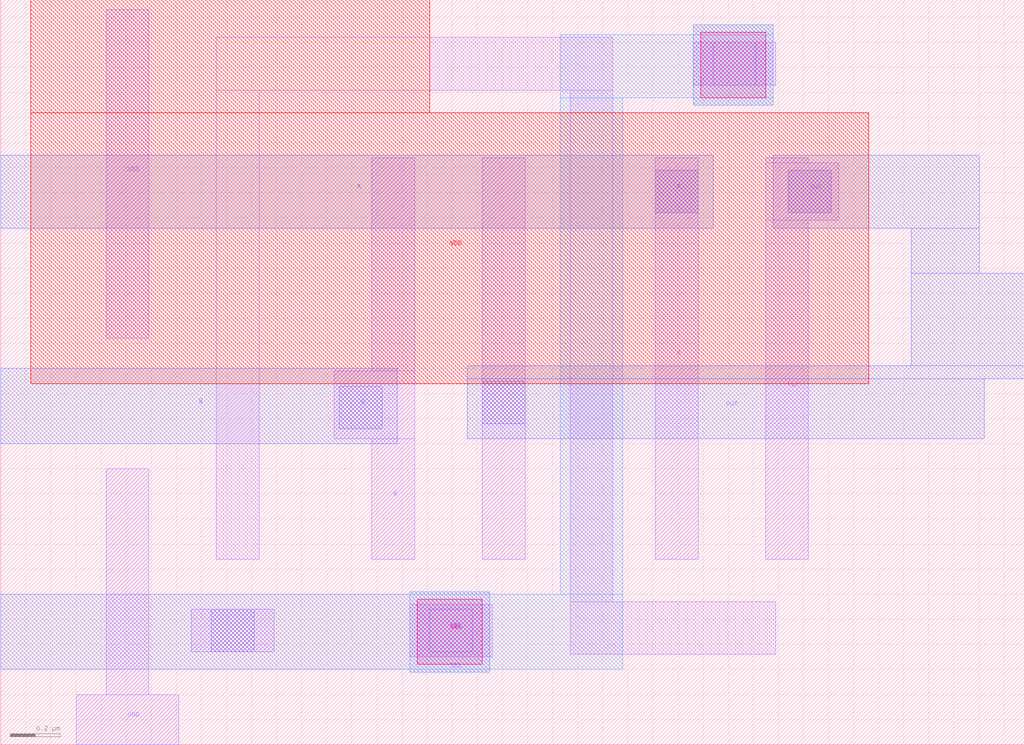
<source format=lef>
VERSION 5.7 ;
  NOWIREEXTENSIONATPIN ON ;
  DIVIDERCHAR "/" ;
  BUSBITCHARS "[]" ;
MACRO MUX
  CLASS CORE ;
  FOREIGN MUX ;
  ORIGIN 0.000 0.000 ;
  SIZE 4.080 BY 2.970 ;
  SITE unithddb1 ;
  PIN SEL
    DIRECTION INPUT ;
    USE SIGNAL ;
    ANTENNAGATEAREA 0.324000 ;
    PORT
      LAYER li1 ;
        RECT 2.760 2.630 3.090 2.800 ;
        RECT 0.760 0.370 1.090 0.540 ;
        RECT 1.630 0.350 1.960 0.560 ;
      LAYER mcon ;
        RECT 2.840 2.630 3.010 2.800 ;
        RECT 0.840 0.370 1.010 0.540 ;
        RECT 1.710 0.370 1.880 0.540 ;
      LAYER met1 ;
        RECT 2.760 2.550 3.080 2.870 ;
        RECT 1.630 0.600 1.950 0.610 ;
        RECT 0.000 0.300 1.950 0.600 ;
        RECT 1.630 0.290 1.950 0.300 ;
      LAYER via ;
        RECT 2.790 2.580 3.050 2.840 ;
        RECT 1.660 0.320 1.920 0.580 ;
      LAYER met2 ;
        RECT 2.760 2.830 3.080 2.870 ;
        RECT 2.230 2.580 3.080 2.830 ;
        RECT 1.630 0.600 1.950 0.610 ;
        RECT 2.230 0.600 2.480 2.580 ;
        RECT 2.760 2.550 3.080 2.580 ;
        RECT 1.630 0.300 2.480 0.600 ;
        RECT 1.630 0.290 1.950 0.300 ;
    END
  END SEL
  PIN A
    DIRECTION INPUT ;
    USE SIGNAL ;
    ANTENNADIFFAREA 0.313200 ;
    PORT
      LAYER li1 ;
        RECT 2.610 0.740 2.780 2.340 ;
      LAYER mcon ;
        RECT 2.610 2.120 2.780 2.290 ;
      LAYER met1 ;
        RECT 0.000 2.060 2.840 2.350 ;
    END
  END A
  PIN B
    DIRECTION INPUT ;
    USE SIGNAL ;
    ANTENNADIFFAREA 0.313200 ;
    PORT
      LAYER li1 ;
        RECT 1.480 1.490 1.650 2.340 ;
        RECT 1.330 1.220 1.650 1.490 ;
        RECT 1.480 0.740 1.650 1.220 ;
      LAYER mcon ;
        RECT 1.350 1.260 1.520 1.430 ;
      LAYER met1 ;
        RECT 0.000 1.200 1.580 1.500 ;
    END
  END B
  PIN Out
    DIRECTION OUTPUT ;
    USE SIGNAL ;
    ANTENNADIFFAREA 0.626400 ;
    PORT
      LAYER li1 ;
        RECT 1.920 0.740 2.090 2.340 ;
        RECT 3.050 2.320 3.220 2.340 ;
        RECT 3.050 2.090 3.340 2.320 ;
        RECT 3.050 0.740 3.220 2.090 ;
      LAYER mcon ;
        RECT 1.920 1.280 2.090 1.450 ;
        RECT 3.140 2.120 3.310 2.290 ;
      LAYER met1 ;
        RECT 3.080 2.060 3.900 2.350 ;
        RECT 3.630 1.880 3.900 2.060 ;
        RECT 3.630 1.510 4.080 1.880 ;
        RECT 1.860 1.460 4.080 1.510 ;
        RECT 1.860 1.220 3.920 1.460 ;
    END
  END Out
  PIN VDD
    DIRECTION INOUT ;
    USE POWER ;
    PORT
      LAYER nwell ;
        RECT 0.120 2.520 1.710 2.970 ;
        RECT 0.120 1.440 3.460 2.520 ;
      LAYER li1 ;
        RECT 0.420 1.620 0.590 2.930 ;
    END
  END VDD
  PIN GND
    DIRECTION INOUT ;
    USE POWER ;
    PORT
      LAYER li1 ;
        RECT 0.420 0.200 0.590 1.100 ;
        RECT 0.300 0.000 0.710 0.200 ;
    END
  END GND
  OBS
      LAYER li1 ;
        RECT 0.860 2.610 2.440 2.820 ;
        RECT 0.860 0.740 1.030 2.610 ;
        RECT 2.270 0.570 2.440 2.610 ;
        RECT 2.270 0.360 3.090 0.570 ;
  END
END MUX
END LIBRARY


</source>
